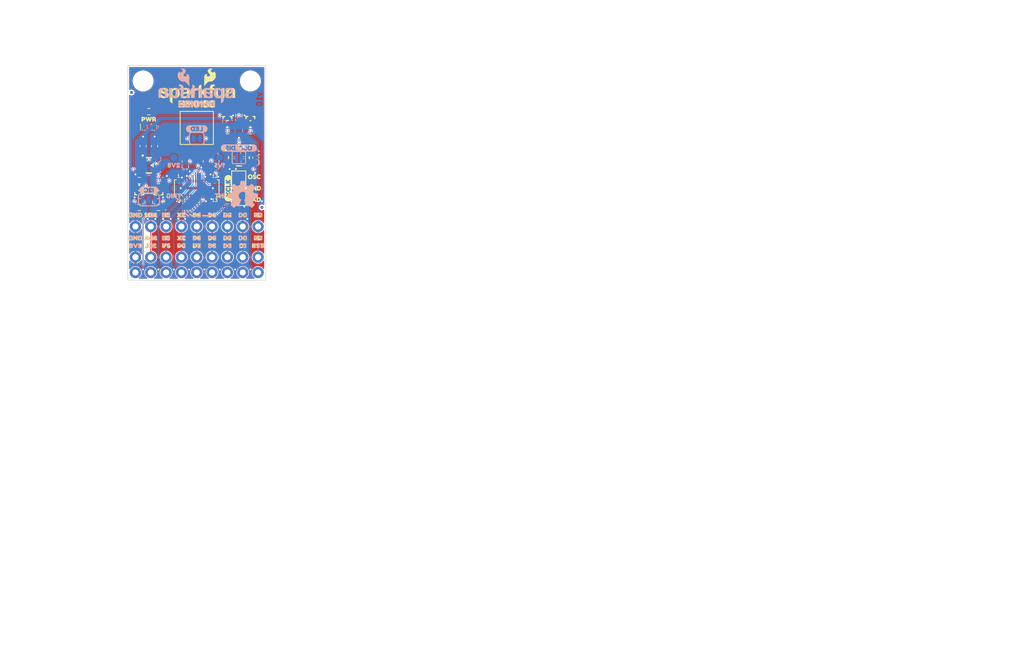
<source format=kicad_pcb>
(kicad_pcb (version 20241229) (generator "pcbnew") (generator_version "9.0")
  (title_block (title "SparkFun Camera Board - HM01B0") (date "2025-05-07") (rev "v10") (company "SparkFun Electronics") (comment 1 "Designed by: Dryw Wade"))
  (layers (0 "F.Cu" signal) (4 "In1.Cu" signal) (6 "In2.Cu" signal) (2 "B.Cu" signal) (13 "F.Paste" user) (15 "B.Paste" user) (5 "F.SilkS" user "F.Silkscreen") (7 "B.SilkS" user "B.Silkscreen") (1 "F.Mask" user) (3 "B.Mask" user) (25 "Edge.Cuts" user))
  (net 0 "")
  (net 1 "2.8V")
  (net 2 "3.3V")
  (net 3 "GND")
  (net 4 "SCL")
  (net 5 "SDA")
  (net 6 "Net-(J4-INT)")
  (net 7 "CAM_PCLK")
  (net 8 "CAM_D6")
  (net 9 "CAM_D7")
  (net 10 "CAM_SCL")
  (net 11 "PAD_XCLK")
  (net 12 "CAM_D2")
  (net 13 "CAM_D3")
  (net 14 "CAM_D0")
  (net 15 "CAM_SDA")
  (net 16 "CAM_D5")
  (net 17 "CAM_D4")
  (net 18 "CAM_D1")
  (net 19 "CAM_VS")
  (net 20 "CAM_HS")
  (net 21 "Net-(JP1-C)")
  (net 22 "Net-(JP1-A)")
  (net 23 "CAM_XCLK")
  (net 24 "Net-(JP3-A)")
  (net 25 "Net-(JP5-B)")
  (net 26 "Net-(D1-A)")
  (net 27 "1.5V")
  (net 28 "Net-(J4-TRIG)")
  (net 29 "Net-(Q3-D)")
  (net 30 "CAM_RST")
  (net 31 "CAM_PWDN")
  (net 33 "Net-(D1-K)")
  (footprint "kibuzzard-67A69D1B" (layer "F.Cu") (at 129.54 117.475)
    (property "Reference" "kibuzzard-67A69D1B" (hide yes))
    (property "Value" "G***" (hide yes))
  )
  (footprint "SparkFun-Connector:FPC_2x12-1MP_P0.4mm" (layer "F.Cu") (at 127 109.22)
    (property "Reference" "J4")
    (property "Value" "HM01B0")
  )
  (footprint "SparkFun-Aesthetic:Creative_Commons_License" (layer "F.Cu") (at 217.17 168.91)
    (property "Reference" "G3" (hide yes))
    (property "Value" "OSHW_Logo" (hide yes))
  )
  (footprint "kibuzzard-67A69CDC" (layer "F.Cu") (at 116.84 118.745)
    (property "Reference" "kibuzzard-67A69CDC" (hide yes))
    (property "Value" "G***" (hide yes))
  )
  (footprint "kibuzzard-67A69E51" (layer "F.Cu") (at 121.92 118.745)
    (property "Reference" "kibuzzard-67A69E51" (hide yes))
    (property "Value" "G***" (hide yes))
  )
  (footprint "SparkFun-Jumper:Jumper_2_NO_NoSilk" (layer "F.Cu") (at 133.985 111.125)
    (property "Reference" "JP2")
    (property "Value" "XCLK_PAD")
  )
  (footprint "kibuzzard-67A69D1B" (layer "F.Cu") (at 129.54 113.665)
    (property "Reference" "kibuzzard-67A69D1B" (hide yes))
    (property "Value" "G***" (hide yes))
  )
  (footprint "SparkFun-Aesthetic:SparkFun_Logo_12.5mm" (layer "F.Cu") (at 127 93.345)
    (property "Reference" "G***" (hide yes))
    (property "Value" "LOGO" (hide yes))
  )
  (footprint "kibuzzard-67A69D28" (layer "F.Cu") (at 127 117.475)
    (property "Reference" "kibuzzard-67A69D28" (hide yes))
    (property "Value" "G***" (hide yes))
  )
  (footprint "kibuzzard-67ABE0F8" (layer "F.Cu") (at 124.46 113.665)
    (property "Reference" "kibuzzard-67ABE0F8" (hide yes))
    (property "Value" "G***" (hide yes))
  )
  (footprint "kibuzzard-67A69D0C" (layer "F.Cu") (at 134.62 117.475)
    (property "Reference" "kibuzzard-67A69D0C" (hide yes))
    (property "Value" "G***" (hide yes))
  )
  (footprint "SparkFun-Connector:1x09" (layer "F.Cu") (at 116.84 123.19)
    (property "Reference" "J1")
    (property "Value" "Conn_01x09")
  )
  (footprint "SparkFun-Resistor:R_0603_1608Metric" (layer "F.Cu") (at 133.985 101.6 180)
    (property "Reference" "R8")
    (property "Value" "100k")
  )
  (footprint "kibuzzard-67A69E55" (layer "F.Cu") (at 121.92 117.475)
    (property "Reference" "kibuzzard-67A69E55" (hide yes))
    (property "Value" "G***" (hide yes))
  )
  (footprint "SparkFun-Semiconductor-Standard:SC-89 SOT-490" (layer "F.Cu") (at 120.649998 110.49 180)
    (property "Reference" "Q1")
    (property "Value" "RE1C002UNTCL")
  )
  (footprint "SparkFun-Aesthetic:Fiducial_0.5mm_Mask1mm" (layer "F.Cu") (at 137.795 112.395)
    (property "Reference" "FID4")
    (property "Value" "Fiducial_0.5mm")
  )
  (footprint "SparkFun-Hardware:Standoff" (layer "F.Cu") (at 118.11 91.44)
    (property "Reference" "ST1")
    (property "Value" "Standoff")
  )
  (footprint "SparkFun-Resistor:R_0603_1608Metric" (layer "F.Cu") (at 135.89 99.695 180)
    (property "Reference" "R5")
    (property "Value" "100k")
  )
  (footprint "SparkFun-Aesthetic:Fiducial_0.5mm_Mask1mm" (layer "F.Cu") (at 116.205 93.345)
    (property "Reference" "FID1")
    (property "Value" "Fiducial_0.5mm")
  )
  (footprint "kibuzzard-67ABE11C" (layer "F.Cu") (at 137.16 113.665)
    (property "Reference" "kibuzzard-67ABE11C" (hide yes))
    (property "Value" "G***" (hide yes))
  )
  (footprint "kibuzzard-67A69D2F" (layer "F.Cu") (at 129.54 118.745)
    (property "Reference" "kibuzzard-67A69D2F" (hide yes))
    (property "Value" "G***" (hide yes))
  )
  (footprint "SparkFun-Jumper:Jumper_2_NC_Trace_NoSilk" (layer "F.Cu") (at 133.985 107.315)
    (property "Reference" "JP3")
    (property "Value" "XCLK_OSC")
  )
  (footprint "kibuzzard-681E464E" (layer "F.Cu") (at 136.525 107.315)
    (property "Reference" "kibuzzard-681E464E" (hide yes))
    (property "Value" "G***" (hide yes))
  )
  (footprint "kibuzzard-67D1FF49" (layer "F.Cu") (at 127 95.25)
    (property "Reference" "kibuzzard-67D1FF49" (hide yes))
    (property "Value" "G***" (hide yes))
  )
  (footprint "kibuzzard-67A69CD2" (layer "F.Cu") (at 137.16 118.745)
    (property "Reference" "kibuzzard-67A69CD2" (hide yes))
    (property "Value" "G***" (hide yes))
  )
  (footprint "SparkFun-Capacitor:C_0603_1608Metric" (layer "F.Cu") (at 118.11 102.235 90)
    (property "Reference" "C1")
    (property "Value" "2.2uF")
  )
  (footprint "SparkFun-Capacitor:C_0603_1608Metric" (layer "F.Cu") (at 125.095 104.775 90)
    (property "Reference" "C7")
    (property "Value" "0.1uF")
  )
  (footprint "SparkFun-Capacitor:C_0603_1608Metric" (layer "F.Cu") (at 120.015 102.235 90)
    (property "Reference" "C2")
    (property "Value" "2.2uF")
  )
  (footprint "kibuzzard-681E465E" (layer "F.Cu") (at 136.525 109.22)
    (property "Reference" "kibuzzard-681E465E" (hide yes))
    (property "Value" "G***" (hide yes))
  )
  (footprint "SparkFun-Resistor:R_0603_1608Metric" (layer "F.Cu") (at 117.475 107.95)
    (property "Reference" "R4")
    (property "Value" "2.2k")
  )
  (footprint "kibuzzard-67A69CE2" (layer "F.Cu") (at 116.84 117.475)
    (property "Reference" "kibuzzard-67A69CE2" (hide yes))
    (property "Value" "G***" (hide yes))
  )
  (footprint "kibuzzard-67A69CEA" (layer "F.Cu") (at 119.38 113.665)
    (property "Reference" "kibuzzard-67A69CEA" (hide yes))
    (property "Value" "G***" (hide yes))
  )
  (footprint "SparkFun-Resistor:R_0603_1608Metric" (layer "F.Cu") (at 119.0625 96.52 180)
    (property "Reference" "R7")
    (property "Value" "2.2k")
  )
  (footprint "kibuzzard-67A69D0C" (layer "F.Cu") (at 134.62 113.665)
    (property "Reference" "kibuzzard-67A69D0C" (hide yes))
    (property "Value" "G***" (hide yes))
  )
  (footprint "kibuzzard-67ABE102" (layer "F.Cu") (at 124.46 118.745)
    (property "Reference" "kibuzzard-67ABE102" (hide yes))
    (property "Value" "G***" (hide yes))
  )
  (footprint "kibuzzard-67A69D32" (layer "F.Cu") (at 127 118.745)
    (property "Reference" "kibuzzard-67A69D32" (hide yes))
    (property "Value" "G***" (hide yes))
  )
  (footprint "SparkFun-Resistor:R_0603_1608Metric" (layer "F.Cu") (at 120.649998 107.95)
    (property "Reference" "R3")
    (property "Value" "2.2k")
  )
  (footprint "kibuzzard-681E60D5" (layer "F.Cu") (at 132.207 109.22 90)
    (property "Reference" "kibuzzard-681E60D5" (hide yes))
    (property "Value" "G***" (hide yes))
  )
  (footprint "kibuzzard-67A69CE6" (layer "F.Cu") (at 119.38 118.745)
    (property "Reference" "kibuzzard-67A69CE6" (hide yes))
    (property "Value" "G***" (hide yes))
  )
  (footprint "SparkFun-Camera:HM01B0-ANA-00FT870" (layer "F.Cu") (at 127 109.22)
    (property "Reference" "U1")
    (property "Value" "HM01B0")
  )
  (footprint "SparkFun-Semiconductor-Standard:SC-89 SOT-490" (layer "F.Cu") (at 117.475 110.49 180)
    (property "Reference" "Q2")
    (property "Value" "RE1C002UNTCL")
  )
  (footprint "kibuzzard-67ABE0F8" (layer "F.Cu") (at 124.46 117.475)
    (property "Reference" "kibuzzard-67ABE0F8" (hide yes))
    (property "Value" "G***" (hide yes))
  )
  (footprint "kibuzzard-67D21B41" (layer "F.Cu") (at 119.0625 97.79)
    (property "Reference" "kibuzzard-67D21B41" (hide yes))
    (property "Value" "G***" (hide yes))
  )
  (footprint "SparkFun-Capacitor:C_0603_1608Metric" (layer "F.Cu") (at 136.779 104.14 90)
    (property "Reference" "C5")
    (property "Value" "10nF")
  )
  (footprint "kibuzzard-681E611B" (layer "F.Cu") (at 136.525 111.125)
    (property "Reference" "kibuzzard-681E611B" (hide yes))
    (property "Value" "G***" (hide yes))
  )
  (footprint "SparkFun-Capacitor:C_0603_1608Metric" (layer "F.Cu") (at 130.175 104.775 90)
    (property "Reference" "C6")
    (property "Value" "0.1uF")
  )
  (footprint "SparkFun-Resistor:R_0603_1608Metric" (layer "F.Cu") (at 120.649996 112.395)
    (property "Reference" "R1")
    (property "Value" "2.2k")
  )
  (footprint "SparkFun-Capacitor:C_0603_1608Metric" (layer "F.Cu") (at 128.5875 104.775 90)
    (property "Reference" "C8")
    (property "Value" "0.1uF")
  )
  (footprint "SparkFun-Semiconductor-Standard:SC-89 SOT-490" (layer "F.Cu") (at 132.08 97.155)
    (property "Reference" "Q4")
    (property "Value" "RE1C002UNTCL")
  )
  (footprint "SparkFun-Resistor:R_0603_1608Metric" (layer "F.Cu") (at 132.08 99.695 180)
    (property "Reference" "R6")
    (property "Value" "100k")
  )
  (footprint "SparkFun-Jumper:Jumper_2_NO_NoSilk" (layer "F.Cu") (at 133.985 109.22)
    (property "Reference" "JP6")
    (property "Value" "XCLK_GND")
  )
  (footprint "kibuzzard-67ABE11C" (layer "F.Cu") (at 137.16 117.475)
    (property "Reference" "kibuzzard-67ABE11C" (hide yes))
    (property "Value" "G***" (hide yes))
  )
  (footprint "kibuzzard-67A69D16" (layer "F.Cu") (at 132.08 113.665)
    (property "Reference" "kibuzzard-67A69D16" (hide yes))
    (property "Value" "G***" (hide yes))
  )
  (footprint "kibuzzard-67A69CE2" (layer "F.Cu") (at 116.84 113.665)
    (property "Reference" "kibuzzard-67A69CE2" (hide yes))
    (property "Value" "G***" (hide yes))
  )
  (footprint "SparkFun-Resistor:R_0603_1608Metric" (layer "F.Cu") (at 117.475 112.395)
    (property "Reference" "R2")
    (property "Value" "2.2k")
  )
  (footprint "SparkFun-LED:LED_0603_1608Metric_Red" (layer "F.Cu") (at 119.0625 99.06)
    (property "Reference" "D1")
    (property "Value" "Red")
  )
  (footprint "SparkFun-Connector:1x09" (layer "F.Cu") (at 116.84 115.57)
    (property "Reference" "J3")
    (property "Value" "Conn_01x09")
  )
  (footprint "kibuzzard-67A69D16" (layer "F.Cu") (at 132.08 117.475)
    (property "Reference" "kibuzzard-67A69D16" (hide yes))
    (property "Value" "G***" (hide yes))
  )
  (footprint "SparkFun-Hardware:Standoff" (layer "F.Cu") (at 135.89 91.44)
    (property "Reference" "ST2")
    (property "Value" "Standoff")
  )
  (footprint "SparkFun-Resistor:R_0603_1608Metric" (layer "F.Cu") (at 133.985 97.155 90)
    (property "Reference" "R9")
    (property "Value" "100k")
  )
  (footprint "SparkFun-Clock:Crystal_SMD_3.2x2.5mm" (layer "F.Cu") (at 133.985 104.14 180)
    (property "Reference" "Y1")
    (property "Value" "24MHz")
  )
  (footprint "kibuzzard-67A69E55" (layer "F.Cu") (at 121.92 113.665)
    (property "Reference" "kibuzzard-67A69E55" (hide yes))
    (property "Value" "G***" (hide yes))
  )
  (footprint "SparkFun-Semiconductor-Standard:SOT23-5" (layer "F.Cu") (at 119.0625 105.41)
    (property "Reference" "U2")
    (property "Value" "RT9080-2.8V")
  )
  (footprint "kibuzzard-67A69CEA" (layer "F.Cu") (at 119.38 117.475)
    (property "Reference" "kibuzzard-67A69CEA" (hide yes))
    (property "Value" "G***" (hide yes))
  )
  (footprint "kibuzzard-67A69D28" (layer "F.Cu") (at 127 113.665)
    (property "Reference" "kibuzzard-67A69D28" (hide yes))
    (property "Value" "G***" (hide yes))
  )
  (footprint "SparkFun-Semiconductor-Standard:SC-89 SOT-490" (layer "F.Cu") (at 135.89 97.155)
    (property "Reference" "Q3")
    (property "Value" "RE1C002UNTCL")
  )
  (footprint "kibuzzard-67A69D2C" (layer "F.Cu") (at 132.08 118.745)
    (property "Reference" "kibuzzard-67A69D2C" (hide yes))
    (property "Value" "G***" (hide yes))
  )
  (footprint "kibuzzard-67A69D0F" (layer "F.Cu") (at 134.62 118.745)
    (property "Reference" "kibuzzard-67A69D0F" (hide yes))
    (property "Value" "G***" (hide yes))
  )
  (footprint "SparkFun-Connector:1x09" (layer "F.Cu") (at 116.84 120.65)
    (property "Reference" "J2")
    (property "Value" "Conn_01x09")
  )
  (footprint "kibuzzard-67A69D2C" (layer "B.Cu") (at 132.08 118.745 180)
    (property "Reference" "kibuzzard-67A69D2C" (hide yes))
    (property "Value" "G***" (hide yes))
  )
  (footprint "SparkFun-Aesthetic:Fiducial_0.5mm_Mask1mm" (layer "B.Cu") (at 116.205 93.345 180)
    (property "Reference" "FID3")
    (property "Value" "Fiducial_0.5mm")
  )
  (footprint "SparkFun-Connector:TestPoint-1.25mm" (layer "B.Cu") (at 123.19 104.14 180)
    (property "Reference" "TP3")
    (property "Value" "1.25mm")
  )
  (footprint "SparkFun-Connector:TestPoint-1.25mm" (layer "B.Cu") (at 123.19 109.22 180)
    (property "Reference" "TP1")
    (property "Value" "1.25mm")
  )
  (footprint "kibuzzard-67A69D0F" (layer "B.Cu") (at 134.62 118.745 180)
    (property "Reference" "kibuzzard-67A69D0F" (hide yes))
    (property "Value" "G***" (hide yes))
  )
  (footprint "kibuzzard-67ABE0F8" (layer "B.Cu") (at 124.46 113.665 180)
    (property "Reference" "kibuzzard-67ABE0F8" (hide yes))
    (property "Value" "G***" (hide yes))
  )
  (footprint "SparkFun-Aesthetic:OSHW_Logo_5mm" (layer "B.Cu") (at 134.62 110.49 180)
    (property "Reference" "Ref**" (hide yes))
    (property "Value" "Val**" (hide yes))
  )
  (footprint "kibuzzard-67ABE0F8" (layer "B.Cu") (at 124.46 117.475 180)
    (property "Reference" "kibuzzard-67ABE0F8" (hide yes))
    (property "Value" "G***" (hide yes))
  )
  (footprint "kibuzzard-67ABE11C" (layer "B.Cu") (at 137.16 113.665 180)
    (property "Reference" "kibuzzard-67ABE11C" (hide yes))
    (property "Value" "G***" (hide yes))
  )
  (footprint "kibuzzard-67A69E55" (layer "B.Cu") (at 121.92 117.475 180)
    (property "Reference" "kibuzzard-67A69E55" (hide yes))
    (property "Value" "G***" (hide yes))
  )
  (footprint "kibuzzard-67A69D0C" (layer "B.Cu") (at 134.62 113.665 180)
    (property "Reference" "kibuzzard-67A69D0C" (hide yes))
    (property "Value" "G***" (hide yes))
  )
  (footprint "kibuzzard-67A69D16" (layer "B.Cu") (at 132.08 113.665 180)
    (property "Reference" "kibuzzard-67A69D16" (hide yes))
    (property "Value" "G***" (hide yes))
  )
  (footprint "kibuzzard-67A69CE2" (layer "B.Cu") (at 116.84 113.665 180)
    (property "Reference" "kibuzzard-67A69CE2" (hide yes))
    (property "Value" "G***" (hide yes))
  )
  (footprint "SparkFun-Aesthetic:Fiducial_0.5mm_Mask1mm" (layer "B.Cu") (at 137.795 112.395 180)
    (property "Reference" "FID2")
    (property "Value" "Fiducial_0.5mm")
  )
  (footprint "kibuzzard-67A69D28" (layer "B.Cu") (at 127 117.475 180)
    (property "Reference" "kibuzzard-67A69D28" (hide yes))
    (property "Value" "G***" (hide yes))
  )
  (footprint "SparkFun-Connector:TestPoint-1.25mm" (layer "B.Cu") (at 130.81 104.14 180)
    (property "Reference" "TP4")
    (property "Value" "1.25mm")
  )
  (footprint "kibuzzard-67A69D16" (layer "B.Cu") (at 132.08 117.475 180)
    (property "Reference" "kibuzzard-67A69D16" (hide yes))
    (property "Value" "G***" (hide yes))
  )
  (footprint "kibuzzard-681BB1F9" (layer "B.Cu") (at 123.19 105.41 180)
    (property "Reference" "kibuzzard-681BB1F9" (hide yes))
    (property "Value" "G***" (hide yes))
  )
  (footprint "kibuzzard-67A69D32" (layer "B.Cu") (at 127 118.745 180)
    (property "Reference" "kibuzzard-67A69D32" (hide yes))
    (property "Value" "G***" (hide yes))
  )
  (footprint "kibuzzard-67ABE11C" (layer "B.Cu") (at 137.16 117.475 180)
    (property "Reference" "kibuzzard-67ABE11C" (hide yes))
    (property "Value" "G***" (hide yes))
  )
  (footprint "kibuzzard-67C103CA" (layer "B.Cu") (at 127 99.3775 180)
    (property "Reference" "kibuzzard-67C103CA" (hide yes))
    (property "Value" "G***" (hide yes))
  )
  (footprint "SparkFun-Connector:TestPoint-1.25mm" (layer "B.Cu") (at 130.81 109.22 180)
    (property "Reference" "TP2")
    (property "Value" "1.25mm")
  )
  (footprint "SparkFun-Aesthetic:SparkFun_Logo_12.5mm" (layer "B.Cu") (at 127 93.345 180)
    (property "Reference" "G***" (hide yes))
    (property "Value" "LOGO" (hide yes))
  )
  (footprint "kibuzzard-67A69CE6" (layer "B.Cu") (at 119.38 118.745 180)
    (property "Reference" "kibuzzard-67A69CE6" (hide yes))
    (property "Value" "G***" (hide yes))
  )
  (footprint "kibuzzard-67A69D1B" (layer "B.Cu") (at 129.54 113.665 180)
    (property "Reference" "kibuzzard-67A69D1B" (hide yes))
    (property "Value" "G***" (hide yes))
  )
  (footprint "kibuzzard-67A69D0C" (layer "B.Cu") (at 134.62 117.475 180)
    (property "Reference" "kibuzzard-67A69D0C" (hide yes))
    (property "Value" "G***" (hide yes))
  )
  (footprint "kibuzzard-67A69D28" (layer "B.Cu") (at 127 113.665 180)
    (property "Reference" "kibuzzard-67A69D28" (hide yes))
    (property "Value" "G***" (hide yes))
  )
  (footprint "SparkFun-Jumper:Jumper_3_NC-2_Trace" (layer "B.Cu") (at 119.0625 111.125)
    (property "Reference" "JP1")
    (property "Value" "I2C")
  )
  (footprint "kibuzzard-67A69CE2" (layer "B.Cu") (at 116.84 117.475 180)
    (property "Reference" "kibuzzard-67A69CE2" (hide yes))
    (property "Value" "G***" (hide yes))
  )
  (footprint "kibuzzard-67D20C5D" (layer "B.Cu") (at 123.19 110.49 180)
    (property "Reference" "kibuzzard-67D20C5D" (hide yes))
    (property "Value" "G***" (hide yes))
  )
  (footprint "kibuzzard-67A69D2F" (layer "B.Cu") (at 129.54 118.745 180)
    (property "Reference" "kibuzzard-67A69D2F" (hide yes))
    (property "Value" "G***" (hide yes))
  )
  (footprint "kibuzzard-67A69E55" (layer "B.Cu") (at 121.92 113.665 180)
    (property "Reference" "kibuzzard-67A69E55" (hide yes))
    (property "Value" "G***" (hide yes))
  )
  (footprint "kibuzzard-67BD0B0F" (layer "B.Cu") (at 119.0625 109.5375 180)
    (property "Reference" "kibuzzard-67BD0B0F" (hide yes))
    (property "Value" "G***" (hide yes))
  )
  (footprint "kibuzzard-67A69D1B" (layer "B.Cu") (at 129.54 117.475 180)
    (property "Reference" "kibuzzard-67A69D1B" (hide yes))
    (property "Value" "G***" (hide yes))
  )
  (footprint "kibuzzard-67A69CDC" (layer "B.Cu") (at 116.84 118.745 180)
    (property "Reference" "kibuzzard-67A69CDC" (hide yes))
    (property "Value" "G***" (hide yes))
  )
  (footprint "kibuzzard-67A69CEA" (layer "B.Cu") (at 119.38 117.475 180)
    (property "Reference" "kibuzzard-67A69CEA" (hide yes))
    (property "Value" "G***" (hide yes))
  )
  (footprint "kibuzzard-67A69CD2" (layer "B.Cu") (at 137.16 118.745 180)
    (property "Reference" "kibuzzard-67A69CD2" (hide yes))
    (property "Value" "G***" (hide yes))
  )
  (footprint "kibuzzard-67A69E51" (layer "B.Cu") (at 121.92 118.745 180)
    (property "Reference" "kibuzzard-67A69E51" (hide yes))
    (property "Value" "G***" (hide yes))
  )
  (footprint "SparkFun-Jumper:Jumper_2_NO" (layer "B.Cu") (at 133.985 104.14)
    (property "Reference" "JP5")
    (property "Value" "OSC_DIS")
  )
  (footprint "kibuzzard-67D1FF49" (layer "B.Cu") (at 127 95.25 180)
    (property "Reference" "kibuzzard-67D1FF49" (hide yes))
    (property "Value" "G***" (hide yes))
  )
  (footprint "kibuzzard-67A69CEA" (layer "B.Cu") (at 119.38 113.665 180)
    (property "Reference" "kibuzzard-67A69CEA" (hide yes))
    (property "Value" "G***" (hide yes))
  )
  (footprint "kibuzzard-67D20C65" (layer "B.Cu") (at 130.81 110.49 180)
    (property "Reference" "kibuzzard-67D20C65" (hide yes))
    (property "Value" "G***" (hide yes))
  )
  (footprint "kibuzzard-681E4621" (layer "B.Cu") (at 133.985 102.5525 180)
    (property "Reference" "kibuzzard-681E4621" (hide yes))
    (property "Value" "G***" (hide yes))
  )
  (footprint "kibuzzard-67ABE102" (layer "B.Cu") (at 124.46 118.745 180)
    (property "Reference" "kibuzzard-67ABE102" (hide yes))
    (property "Value" "G***" (hide yes))
  )
  (footprint "kibuzzard-681BB1E7" (layer "B.Cu") (at 130.81 105.41 180)
    (property "Reference" "kibuzzard-681BB1E7" (hide yes))
    (property "Value" "G***" (hide yes))
  )
  (footprint "SparkFun-Jumper:Jumper_2_NC_Trace" (layer "B.Cu") (at 127 100.965)
    (property "Reference" "JP7")
    (property "Value" "PWR")
  )
  (gr_rect (start 132.7785 106.3625) (end 135.128 112.0775) (stroke (width 0.1524)) (fill no) (layer "F.SilkS"))
  (gr_poly (pts (xy 115.57 124.46) (xy 115.57 88.9) (xy 138.43 88.9) (xy 138.43 124.46)) (stroke (width 0.1)) (fill no) (layer "Edge.Cuts"))
  (gr_text "v10" (at 137.414 94.488 90) (layer "B.Cu" knockout) (effects (font (size 0.889 0.889) (thickness 0.22225) (bold yes)) (justify mirror)))
  (segment (start 121.149998 109.39) (end 121.474998 109.065) (width 0.127) (layer "F.Cu") (net 1))
  (segment (start 120.015 103.632) (end 120.015 103.01) (width 0.254) (layer "F.Cu") (net 1))
  (segment (start 124.941553 107.007841) (end 125.095 106.854394) (width 0.127) (layer "F.Cu") (net 1))
  (segment (start 124.941553 107.352053) (end 124.941553 107.007841) (width 0.127) (layer "F.Cu") (net 1))
  (segment (start 125.87 104.775) (end 125.095 105.55) (width 0.127) (layer "F.Cu") (net 1))
  (segment (start 128.834933 107.512067) (end 128.834933 106.482933) (width 0.127) (layer "F.Cu") (net 1))
  (segment (start 118.539623 108.825377) (end 117.975 109.39) (width 0.127) (layer "F.Cu") (net 1))
  (segment (start 118.539623 108.825376) (end 118.3 108.585753) (width 0.127) (layer "F.Cu") (net 1))
  (segment (start 133.985 101.6) (end 133.16 101.6) (width 0.127) (layer "F.Cu") (net 1))
  (segment (start 135.16 104.915) (end 136.779 104.915) (width 0.127) (layer "F.Cu") (net 1))
  (segment (start 125.2 107.6105) (end 124.941553 107.352053) (width 0.127) (layer "F.Cu") (net 1))
  (segment (start 136.398 106.045) (end 136.779 105.664) (width 0.127) (layer "F.Cu") (net 1))
  (segment (start 120.3626 104.46) (end 120.3626 105.0624) (width 0.254) (layer "F.Cu") (net 1))
  (segment (start 118.3 108.585753) (end 118.3 107.95) (width 0.127) (layer "F.Cu") (net 1))
  (segment (start 128.8 107.547) (end 128.834933 107.512067) (width 0.127) (layer "F.Cu") (net 1))
  (segment (start 120.3626 104.46) (end 120.3626 103.9796) (width 0.254) (layer "F.Cu") (net 1))
  (segment (start 128.834933 106.482933) (end 128.5875 106.2355) (width 0.127) (layer "F.Cu") (net 1))
  (segment (start 129.413 104.648) (end 129.413 104.7245) (width 0.127) (layer "F.Cu") (net 1))
  (segment (start 128.5875 106.2355) (end 128.5875 105.55) (width 0.127) (layer "F.Cu") (net 1))
  (segment (start 129.413 104.7245) (end 128.5875 105.55) (width 0.127) (layer "F.Cu") (net 1))
  (segment (start 121.474998 109.065) (end 121.474998 107.95) (width 0.127) (layer "F.Cu") (net 1))
  (segment (start 120.3626 103.9796) (end 120.015 103.632) (width 0.254) (layer "F.Cu") (net 1))
  (segment (start 125.095 106.854394) (end 125.095 105.55) (width 0.127) (layer "F.Cu") (net 1))
  (segment (start 120.3626 105.0624) (end 120.3325 105.0925) (width 0.254) (layer "F.Cu") (net 1))
  (segment (start 136.779 105.664) (end 136.779 104.915) (width 0.127) (layer "F.Cu") (net 1))
  (segment (start 128.8 108.045) (end 128.8 107.547) (width 0.127) (layer "F.Cu") (net 1))
  (segment (start 118.539623 108.825376) (end 118.539623 108.825377) (width 0.127) (layer "F.Cu") (net 1))
  (segment (start 121.474998 107.95) (end 122.428 107.95) (width 0.127) (layer "F.Cu") (net 1))
  (segment (start 125.2 108.045) (end 125.2 107.6105) (width 0.127) (layer "F.Cu") (net 1))
  (segment (start 135.085 104.99) (end 135.16 104.915) (width 0.127) (layer "F.Cu") (net 1))
  (via (at 118.539623 108.825376) (size 0.45) (drill 0.3) (layers "F.Cu" "B.Cu") (net 1))
  (via (at 122.428 107.95) (size 0.45) (drill 0.3) (layers "F.Cu" "B.Cu") (net 1))
  (via (at 136.398 106.045) (size 0.45) (drill 0.3) (layers "F.Cu" "B.Cu") (net 1))
  (via (at 129.413 104.648) (size 0.45) (drill 0.3) (layers "F.Cu" "B.Cu") (net 1))
  (via (at 128.524 100.965) (size 0.45) (drill 0.3) (layers "F.Cu" "B.Cu") (net 1))
  (via (at 125.87 104.775) (size 0.45) (drill 0.3) (layers "F.Cu" "B.Cu") (net 1))
  (via (at 120.3325 105.0925) (size 0.45) (drill 0.3) (layers "F.Cu" "B.Cu") (net 1))
  (via (at 133.985 101.6) (size 0.45) (drill 0.3) (layers "F.Cu" "B.Cu") (net 1))
  (segment (start 121.285 104.14) (end 120.3325 105.0925) (width 0.127) (layer "B.Cu") (net 1))
  (segment (start 123.19 104.14) (end 121.285 104.14) (width 0.127) (layer "B.Cu") (net 1))
  (segment (start 127.5207 100.965) (end 128.524 100.965) (width 0.127) (layer "B.Cu") (net 1))
  (segment (start 133.985 97.98) (end 133.985 97.155) (width 0.127) (layer "F.Cu") (net 2))
  (segment (start 117.7624 103.9796) (end 117.7624 104.46) (width 0.127) (layer "F.Cu") (net 2))
  (segment (start 118.11 103.632) (end 117.7624 103.9796) (width 0.127) (layer "F.Cu") (net 2))
  (segment (start 119.06 104.46) (end 119.0625 104.4575) (width 0.127) (layer "F.Cu") (net 2))
  (segment (start 117.7624 104.46) (end 119.06 104.46) (width 0.127) (layer "F.Cu") (net 2))
  (segment (start 118.11 103.01) (end 118.11 103.632) (width 0.127) (layer "F.Cu") (net 2))
  (via (at 133.985 97.155) (size 0.45) (drill 0.3) (layers "F.Cu" "B.Cu") (net 2))
  (via (at 119.0625 104.4575) (size 0.45) (drill 0.3) (layers "F.Cu" "B.Cu") (net 2))
  (segment (start 119.0625 100.33) (end 121.285 98.1075) (width 0.127) (layer "B.Cu") (net 2))
  (segment (start 116.84 123.19) (end 118.11 121.92) (width 0.127) (layer "B.Cu") (net 2))
  (segment (start 118.11 114.3) (end 119.0625 113.3475) (width 0.127) (layer "B.Cu") (net 2))
  (segment (start 118.11 121.92) (end 118.11 114.3) (width 0.127) (layer "B.Cu") (net 2))
  (segment (start 119.0625 111.125) (end 119.0625 104.4575) (width 0.127) (layer "B.Cu") (net 2))
  (segment (start 119.0625 104.4575) (end 119.0625 100.33) (width 0.127) (layer "B.Cu") (net 2))
  (segment (start 121.285 98.1075) (end 133.0325 98.1075) (width 0.127) (layer "B.Cu") (net 2))
  (segment (start 119.0625 113.3475) (end 119.0625 111.125) (width 0.127) (layer "B.Cu") (net 2))
  (segment (start 133.0325 98.1075) (end 133.985 97.155) (width 0.127) (layer "B.Cu") (net 2))
  (via (at 128.27 122.682) (size 0.45) (drill 0.3) (layers "F.Cu" "B.Cu") (net 3))
  (via (at 121.412 114.3) (size 0.45) (drill 0.3) (layers "F.Cu" "B.Cu") (net 3))
  (via (at 120.142 114.3) (size 0.45) (drill 0.3) (layers "F.Cu" "B.Cu") (net 3))
  (via (at 132.715 109.22) (size 0.45) (drill 0.3) (layers "F.Cu" "B.Cu") (net 3))
  (via (at 135.89 122.682) (size 0.45) (drill 0.3) (layers "F.Cu" "B.Cu") (net 3))
  (via (at 117.475 108.712) (size 0.45) (drill 0.3) (layers "F.Cu" "B.Cu") (net 3))
  (via (at 116.713 110.744) (size 0.45) (drill 0.3) (layers "F.Cu" "B.Cu") (net 3))
  (via (at 118.11 100.6602) (size 0.45) (drill 0.3) (layers "F.Cu" "B.Cu") (net 3))
  (via (at 118.11 122.682) (size 0.45) (drill 0.3) (layers "F.Cu" "B.Cu") (net 3))
  (via (at 122.682 114.3) (size 0.45) (drill 0.3) (layers "F.Cu" "B.Cu") (net 3))
  (via (at 120.65 122.682) (size 0.45) (drill 0.3) (layers "F.Cu" "B.Cu") (net 3))
  (via (at 124.333 109.22) (size 0.45) (drill 0.3) (layers "F.Cu" "B.Cu") (net 3))
  (via (at 130.556 107.315) (size 0.45) (drill 0.3) (layers "F.Cu" "B.Cu") (net 3))
  (via (at 137.795 111.379) (size 0.45) (drill 0.3) (layers "F.Cu" "B.Cu") (net 3))
  (via (at 134.9375 97.155) (size 0.45) (drill 0.3) (layers "F.Cu" "B.Cu") (net 3))
  (via (at 135.382 114.3) (size 0.45) (drill 0.3) (layers "F.Cu" "B.Cu") (net 3))
  (via (at 135.89 99.06) (size 0.45) (drill 0.3) (layers "F.Cu" "B.Cu") (net 3))
  (via (at 118.872 114.3) (size 0.45) (drill 0.3) (layers "F.Cu" "B.Cu") (net 3))
  (via (at 132.461 106.045) (size 0.45) (drill 0.3) (layers "F.Cu" "B.Cu") (net 3))
  (via (at 124.53881 107.454225) (size 0.45) (drill 0.3) (layers "F.Cu" "B.Cu") (net 3))
  (via (at 121.412 110.744) (size 0.45) (drill 0.3) (layers "F.Cu" "B.Cu") (net 3))
  (via (at 129.286 106.934) (size 0.45) (drill 0.3) (layers "F.Cu" "B.Cu") (net 3))
  (via (at 132.08 99.06) (size 0.45) (drill 0.3) (layers "F.Cu" "B.Cu") (net 3))
  (via (at 133.985 100.838) (size 0.45) (drill 0.3) (layers "F.Cu" "B.Cu") (net 3))
  (via (at 123.952 114.3) (size 0.45) (drill 0.3) (layers "F.Cu" "B.Cu") (net 3))
  (via (at 130.81 122.682) (size 0.45) (drill 0.3) (layers "F.Cu" "B.Cu") (net 3))
  (via (at 133.477 106.045) (size 0.45) (drill 0.3) (layers "F.Cu" "B.Cu") (net 3))
  (via (at 135.89 102.108) (size 0.45) (drill 0.3) (layers "F.Cu" "B.Cu") (net 3))
  (via (at 131.826 102.87) (size 0.45) (drill 0.3) (layers "F.Cu" "B.Cu") (net 3))
  (via (at 135.128 109.22) (size 0.45) (drill 0.3) (layers "F.Cu" "B.Cu") (net 3))
  (via (at 120.015 100.6602) (size 0.45) (drill 0.3) (layers "F.Cu" "B.Cu") (net 3))
  (via (at 129.413 110.998) (size 0.45) (drill 0.3) (layers "F.Cu" "B.Cu") (net 3))
  (via (at 125.095 114.3) (size 0.45) (drill 0.3) (layers "F.Cu" "B.Cu") (net 3))
  (via (at 128.532087 111.383043) (size 0.45) (drill 0.3) (layers "F.Cu" "B.Cu") (net 3))
  (via (at 116.84 106.934) (size 0.45) (drill 0.3) (layers "F.Cu" "B.Cu") (net 3))
  (via (at 134.874 112.268) (size 0.45) (drill 0.3) (layers "F.Cu" "B.Cu") (net 3))
  (via (at 127.7605 105.790975) (size 0.45) (drill 0.3) (layers "F.Cu" "B.Cu") (net 3))
  (via (at 125.357053 107.179947) (size 0.45) (drill 0.3) (layers "F.Cu" "B.Cu") (net 3))
  (via (at 122.047 107.188) (size 0.45) (drill 0.3) (layers "F.Cu" "B.Cu") (net 3))
  (via (at 124.079 111.506) (size 0.45) (drill 0.3) (layers "F.Cu" "B.Cu") (net 3))
  (via (at 123.19 122.682) (size 0.45) (drill 0.3) (layers "F.Cu" "B.Cu") (net 3))
  (via (at 129.667 109.22) (size 0.45) (drill 0.3) (layers "F.Cu" "B.Cu") (net 3))
  (via (at 125.73 122.682) (size 0.45) (drill 0.3) (layers "F.Cu" "B.Cu") (net 3))
  (via (at 128.419433 107.320168) (size 0.45) (drill 0.3) (layers "F.Cu" "B.Cu") (net 3))
  (via (at 136.652 106.68) (size 0.45) (drill 0.3) (layers "F.Cu" "B.Cu") (net 3))
  (via (at 119.507 105.41) (size 0.45) (drill 0.3) (layers "F.Cu" "B.Cu") (net 3))
  (via (at 133.35 122.682) (size 0.45) (drill 0.3) (layers "F.Cu" "B.Cu") (net 3))
  (via (at 133.0325 97.155) (size 0.45) (drill 0.3) (layers "F.Cu" "B.Cu") (net 3))
  (via (at 125.857 106.426) (size 0.45) (drill 0.3) (layers "F.Cu" "B.Cu") (net 3))
  (segment (start 119.38 123.19) (end 118.11 121.92) (width 0.127) (layer "F.Cu") (net 4))
  (segment (start 118.11 114.3) (end 118.3 114.11) (width 0.127) (layer "F.Cu") (net 4))
  (segment (start 118.11 121.92) (end 118.11 114.3) (width 0.127) (layer "F.Cu") (net 4))
  (segment (start 118.3 112.395) (end 118.3 111.365) (width 0.127) (layer "F.Cu") (net 4))
  (segment (start 118.3 111.365) (end 117.475 110.54) (width 0.127) (layer "F.Cu") (net 4))
  (segment (start 118.3 114.11) (end 118.3 112.395) (width 0.127) (layer "F.Cu") (net 4))
  (segment (start 119.824996 111.365002) (end 120.649998 110.54) (width 0.127) (layer "F.Cu") (net 5))
  (segment (start 119.38 114.3) (end 119.824996 113.855004) (width 0.127) (layer "F.Cu") (net 5))
  (segment (start 119.824996 113.855004) (end 119.824996 112.395) (width 0.127) (layer "F.Cu") (net 5))
  (segment (start 119.38 120.65) (end 119.38 115.57) (width 0.127) (layer "F.Cu") (net 5))
  (segment (start 119.824996 112.395) (end 119.824996 111.365002) (width 0.127) (layer "F.Cu") (net 5))
  (segment (start 119.38 115.57) (end 119.38 114.3) (width 0.127) (layer "F.Cu") (net 5))
  (segment (start 128 106.931008) (end 128.070004 106.861004) (width 0.127) (layer "F.Cu") (net 6))
  (segment (start 128 108.045) (end 128 106.931008) (width 0.127) (layer "F.Cu") (net 6))
  (via (at 128.070004 106.861004) (size 0.45) (drill 0.3) (layers "F.Cu" "B.Cu") (net 6))
  (segment (start 128.003933 106.927075) (end 128.070004 106.861004) (width 0.127) (layer "B.Cu") (net 6))
  (segment (start 130.175 108.585) (end 128.905 108.585) (width 0.127) (layer "B.Cu") (net 6))
  (segment (start 128.905 108.585) (end 128.003933 107.683933) (width 0.127) (layer "B.Cu") (net 6))
  (segment (start 130.81 109.22) (end 130.175 108.585) (width 0.127) (layer "B.Cu") (net 6))
  (segment (start 128.003933 107.683933) (end 128.003933 106.927075) (width 0.127) (layer "B.Cu") (net 6))
  (segment (start 128 111.109) (end 128 110.395) (width 0.127) (layer "F.Cu") (net 7))
  (segment (start 128.016 111.125) (end 128 111.109) (width 0.127) (layer "F.Cu") (net 7))
  (via (at 128.016 111.125) (size 0.45) (drill 0.3) (layers "F.Cu" "B.Cu") (net 7))
  (segment (start 124.46 123.19) (end 123.19 121.92) (width 0.127) (layer "B.Cu") (net 7))
  (segment (start 124.46 113.03) (end 126.111 113.03) (width 0.127) (layer "B.Cu") (net 7))
  (segment (start 123.19 114.3) (end 124.46 113.03) (width 0.127) (layer "B.Cu") (net 7))
  (segment (start 126.111 113.03) (end 128.016 111.125) (width 0.127) (layer "B.Cu") (net 7))
  (segment (start 123.19 121.92) (end 123.19 114.3) (width 0.127) (layer "B.Cu") (net 7))
  (segment (start 127 120.65) (end 127 115.57) (width 0.127) (layer "F.Cu") (net 8))
  (segment (start 127 115.57) (end 127 114.3) (width 0.127) (layer "F.Cu") (net 8))
  (segment (start 126.111 114.046) (end 125.2 113.135) (width 0.127) (layer "F.Cu") (net 8))
  (segment (start 127 114.3) (end 126.746 114.046) (width 0.127) (layer "F.Cu") (net 8))
  (segment (start 126.746 114.046) (end 126.111 114.046) (width 0.127) (layer "F.Cu") (net 8))
  (segment (start 125.2 113.135) (end 125.2 110.395) (width 0.127) (layer "F.Cu") (net 8))
  (segment (start 125.73 121.92) (end 127 123.19) (width 0.127) (layer "F.Cu") (net 9))
  (segment (start 124.8 113.37) (end 125.73 114.3) (width 0.127) (layer "F.Cu") (net 9))
  (segment (start 125.73 114.3) (end 125.73 121.92) (width 0.127) (layer "F.Cu") (net 9))
  (segment (start 124.8 110.395) (end 124.8 113.37) (width 0.127) (layer "F.Cu") (net 9))
  (segment (start 127.2 105.517151) (end 127.2 108.045) (width 0.127) (layer "F.Cu") (net 10))
  (segment (start 116.975 109.39) (end 116.65 109.065) (width 0.127) (layer "F.Cu") (net 10))
  (segment (start 117.666 106.934) (end 120.2055 106.934) (width 0.127) (layer "F.Cu") (net 10))
  (segment (start 127.19018 105.507331) (end 127.2 105.517151) (width 0.127) (layer "F.Cu") (net 10))
  (segment (start 120.2055 106.934) (end 120.3325 107.061) (width 0.127) (layer "F.Cu") (net 10))
  (segment (start 116.65 107.95) (end 117.666 106.934) (width 0.127) (layer "F.Cu") (net 10))
  (segment (start 120.3325 107.061) (end 120.65 107.061) (width 0.127) (layer "F.Cu") (net 10))
  (segment (start 116.65 109.065) (end 116.65 107.95) (width 0.127) (layer "F.Cu") (net 10))
  (via (at 120.65 107.061) (size 0.45) (drill 0.3) (layers "F.Cu" "B.Cu") (net 10))
  (via (at 127.19018 105.507331) (size 0.45) (drill 0.3) (layers "F.Cu" "B.Cu") (net 10))
  (segment (start 122.203669 105.507331) (end 127.19018 105.507331) (width 0.127) (layer "B.Cu") (net 10))
  (segment (start 120.65 107.061) (end 122.203669 105.507331) (width 0.127) (layer "B.Cu") (net 10))
  (segment (start 132.715 111.125) (end 133.5786 111.125) (width 0.127) (layer "F.Cu") (net 11))
  (via (at 132.715 111.125) (size 0.45) (drill 0.3) (layers "F.Cu" "B.Cu") (net 11))
  (segment (start 125.095 113.665) (end 124.46 114.3) (width 0.127) (layer "B.Cu") (net 11))
  (segment (start 124.46 114.3) (end 124.46 115.57) (width 0.127) (layer "B.Cu") (net 11))
  (segment (start 130.175 113.665) (end 125.095 113.665) (width 0.127) (layer "B.Cu") (net 11))
  (segment (start 124.46 120.65) (end 124.46 115.57) (width 0.127) (layer "B.Cu") (net 11))
  (segment (start 132.715 111.125) (end 130.175 113.665) (width 0.127) (layer "B.Cu") (net 11))
  (segment (start 132.08 114.3) (end 130.81 113.03) (width 0.127) (layer "F.Cu") (net 12))
  (segment (start 130.81 113.03) (end 127.635 113.03) (width 0.127) (layer "F.Cu") (net 12))
  (segment (start 126.8 112.195) (end 126.8 110.395) (width 0.127) (layer "F.Cu") (net 12))
  (segment (start 132.08 115.57) (end 132.08 114.3) (width 0.127) (layer "F.Cu") (net 12))
  (segment (start 132.08 120.65) (end 132.08 115.57) (width 0.127) (layer "F.Cu") (net 12))
  (segment (start 127.635 113.03) (end 126.8 112.195) (width 0.127) (layer "F.Cu") (net 12))
  (segment (start 126.4 112.43) (end 126.4 110.395) (width 0.127) (layer "F.Cu") (net 13))
  (segment (start 130.81 114.3) (end 129.794 113.284) (width 0.127) (layer "F.Cu") (net 13))
  (segment (start 132.08 123.19) (end 130.81 121.92) (width 0.127) (layer "F.Cu") (net 13))
  (segment (start 129.794 113.284) (end 127.254 113.284) (width 0.127) (layer "F.Cu") (net 13))
  (segment (start 127.254 113.284) (end 126.4 112.43) (width 0.127) (layer "F.Cu") (net 13))
  (segment (start 130.81 121.92) (end 130.81 114.3) (width 0.127) (layer "F.Cu") (net 13))
  (segment (start 134.62 114.3) (end 132.842 112.522) (width 0.127) (layer "F.Cu") (net 14))
  (segment (start 132.842 112.522) (end 128.397 112.522) (width 0.127) (layer "F.Cu") (net 14))
  (segment (start 134.62 115.57) (end 134.62 114.3) (width 0.127) (layer "F.Cu") (net 14))
  (segment (start 128.397 112.522) (end 127.6 111.725) (width 0.127) (layer "F.Cu") (net 14))
  (segment (start 127.6 111.725) (end 127.6 110.395) (width 0.127) (layer "F.Cu") (net 14))
  (segment (start 134.62 120.65) (end 134.62 115.57) (width 0.127) (layer "F.Cu") (net 14))
  (segment (start 127.662002 106.453002) (end 127.6 106.515004) (width 0.127) (layer "F.Cu") (net 15))
  (segment (start 127.6 106.515004) (end 127.6 108.045) (width 0.127) (layer "F.Cu") (net 15))
  (segment (start 119.824998 109.065) (end 119.824998 107.95) (width 0.127) (layer "F.Cu") (net 15))
  (segment (start 119.824998 107.95) (end 120.65 107.95) (width 0.127) (layer "F.Cu") (net 15))
  (segment (start 120.149998 109.39) (end 119.824998 109.065) (width 0.127) (layer "F.Cu") (net 15))
  (via (at 127.662002 106.453002) (size 0.45) (drill 0.3) (layers "F.Cu" "B.Cu") (net 15))
  (via (at 120.65 107.95) (size 0.45) (drill 0.3) (layers "F.Cu" "B.Cu") (net 15))
  (segment (start 127.127 105.918) (end 127.662002 106.453002) (width 0.127) (layer "B.Cu") (net 15))
  (segment (start 122.682 105.918) (end 127.127 105.918) (width 0.127) (layer "B.Cu") (net 15))
  (segment (start 120.65 107.95) (end 122.682 105.918) (width 0.127) (layer "B.Cu") (net 15))
  (segment (start 129.54 123.19) (end 128.27 121.92) (width 0.127) (layer "F.Cu") (net 16))
  (segment (start 128.27 114.3) (end 127.762 113.792) (width 0.127) (layer "F.Cu") (net 16))
  (segment (start 126.46025 113.792) (end 125.6 112.93175) (width 0.127) (layer "F.Cu") (net 16))
  (segment (start 127.762 113.792) (end 126.46025 113.792) (width 0.127) (layer "F.Cu") (net 16))
  (segment (start 128.27 121.92) (end 128.27 114.3) (width 0.127) (layer "F.Cu") (net 16))
  (segment (start 125.6 112.93175) (end 125.6 110.395) (width 0.127) (layer "F.Cu") (net 16))
  (segment (start 129.54 120.65) (end 129.54 115.57) (width 0.127) (layer "F.Cu") (net 17))
  (segment (start 126.873 113.538) (end 126 112.665) (width 0.127) (layer "F.Cu") (net 17))
  (segment (start 129.54 114.3) (end 128.778 113.538) (width 0.127) (layer "F.Cu") (net 17))
  (segment (start 128.778 113.538) (end 126.873 113.538) (width 0.127) (layer "F.Cu") (net 17))
  (segment (start 126 112.665) (end 126 110.395) (width 0.127) (layer "F.Cu") (net 17))
  (segment (start 129.54 115.57) (end 129.54 114.3) (width 0.127) (layer "F.Cu") (net 17))
  (segment (start 128.016 112.776) (end 127.2 111.96) (width 0.127) (layer "F.Cu") (net 18))
  (segment (start 133.35 114.3) (end 131.826 112.776) (width 0.127) (layer "F.Cu") (net 18))
  (segment (start 127.2 111.96) (end 127.2 110.395) (width 0.127) (layer "F.Cu") (net 18))
  (segment (start 134.62 123.19) (end 133.35 121.92) (width 0.127) (layer "F.Cu") (net 18))
  (segment (start 131.826 112.776) (end 128.016 112.776) (width 0.127) (layer "F.Cu") (net 18))
  (segment (start 133.35 121.92) (end 133.35 114.3) (width 0.127) (layer "F.Cu") (net 18))
  (segment (start 126.4 106.94964) (end 126.4 108.045) (width 0.127) (layer "F.Cu") (net 19))
  (segment (start 126.365 106.91464) (end 126.4 106.94964) (width 0.127) (layer "F.Cu") (net 19))
  (via (at 126.365 106.91464) (size 0.45) (drill 0.3) (layers "F.Cu" "B.Cu") (net 19))
  (segment (start 120.65 121.92) (end 121.92 123.19) (width 0.127) (layer "B.Cu") (net 19))
  (segment (start 126.365 108.585) (end 120.65 114.3) (width 0.127) (layer "B.Cu") (net 19))
  (segment (start 126.365 106.91464) (end 126.365 108.585) (width 0.127) (layer "B.Cu") (net 19))
  (segment (start 120.65 114.3) (end 120.65 121.92) (width 0.127) (layer "B.Cu") (net 19))
  (segment (start 126.8 106.4415) (end 126.8 108.045) (width 0.127) (layer "F.Cu") (net 20))
  (segment (start 126.7845 106.426) (end 126.8 106.4415) (width 0.127) (layer "F.Cu") (net 20))
  (via (at 126.7845 106.426) (size 0.45) (drill 0.3) (layers "F.Cu" "B.Cu") (net 20))
  (segment (start 126.7845 106.426) (end 126.7805 106.43) (width 0.127) (layer "B.Cu") (net 20))
  (segment (start 121.92 114.3) (end 121.92 115.57) (width 0.127) (layer "B.Cu") (net 20))
  (segment (start 126.7805 106.43) (end 126.7805 109.4395) (width 0.127) (layer "B.Cu") (net 20))
  (segment (start 126.7805 109.4395) (end 121.92 114.3) (width 0.127) (layer "B.Cu") (net 20))
  (segment (start 121.92 120.65) (end 121.92 115.57) (width 0.127) (layer "B.Cu") (net 20))
  (segment (start 121.474996 112.395) (end 121.474996 111.441996) (width 0.127) (layer "F.Cu") (net 21))
  (segment (start 121.474996 111.441996) (end 121.412 111.379) (width 0.127) (layer "F.Cu") (net 21))
  (via (at 121.412 111.379) (size 0.45) (drill 0.3) (layers "F.Cu" "B.Cu") (net 21))
  (segment (start 121.412 111.379) (end 121.158 111.125) (width 0.127) (layer "B.Cu") (net 21))
  (segment (start 121.158 111.125) (end 120.1039 111.125) (width 0.127) (layer "B.Cu") (net 21))
  (segment (start 116.65 112.395) (end 116.65 111.442) (width 0.127) (layer "F.Cu") (net 22))
  (segment (start 116.65 111.442) (end 116.713 111.379) (width 0.127) (layer "F.Cu") (net 22))
  (via (at 116.713 111.379) (size 0.45) (drill 0.3) (layers "F.Cu" "B.Cu") (net 22))
  (segment (start 116.967 111.125) (end 118.0211 111.125) (width 0.127) (layer "B.Cu") (net 22))
  (segment (start 116.713 111.379) (end 116.967 111.125) (width 0.127) (layer "B.Cu") (net 22))
  (segment (start 134.3914 111.125) (end 134.3914 109.22) (width 0.127) (layer "F.Cu") (net 23))
  (segment (start 134.3914 109.22) (end 134.5057 109.1057) (width 0.127) (layer "F.Cu") (net 23))
  (segment (start 134.3914 111.9886) (end 134.3914 111.125) (width 0.127) (layer "F.Cu") (net 23))
  (segment (start 128.8 110.395) (end 128.8 111.02) (width 0.127) (layer "F.Cu") (net 23))
  (segment (start 134.239 112.141) (end 134.3914 111.9886) (width 0.127) (layer "F.Cu") (net 23))
  (segment (start 133.35 112.141) (end 134.239 112.141) (width 0.127) (layer "F.Cu") (net 23))
  (segment (start 133.096 111.887) (end 133.35 112.141) (width 0.127) (layer "F.Cu") (net 23))
  (segment (start 128.8 111.02) (end 129.667 111.887) (width 0.127) (layer "F.Cu") (net 23))
  (segment (start 129.667 111.887) (end 133.096 111.887) (width 0.127) (layer "F.Cu") (net 23))
  (segment (start 134.5057 109.1057) (end 134.5057 107.315) (width 0.127) (layer "F.Cu") (net 23))
  (segment (start 133.4643 107.315) (end 133.4643 107.0483) (width 0.127) (layer "F.Cu") (net 24))
  (segment (start 133.4643 107.0483) (end 132.885 106.469) (width 0.127) (layer "F.Cu") (net 24))
  (segment (start 132.885 106.469) (end 132.885 104.99) (width 0.127) (layer "F.Cu") (net 24))
  (segment (start 135.085 103.29) (end 134.81 103.015) (width 0.127) (layer "F.Cu") (net 25))
  (segment (start 134.81 102.362) (end 134.81 101.6) (width 0.127) (layer "F.Cu") (net 25))
  (segment (start 134.81 103.015) (end 134.81 102.362) (width 0.127) (layer "F.Cu") (net 25))
  (via (at 134.81 102.362) (size 0.45) (drill 0.3) (layers "F.Cu" "B.Cu") (net 25))
  (segment (start 134.3914 104.14) (end 134.3914 102.7806) (width 0.127) (layer "B.Cu") (net 25))
  (segment (start 134.3914 102.7806) (end 134.81 102.362) (width 0.127) (layer "B.Cu") (net 25))
  (segment (start 119.85 99.06) (end 123.571 99.06) (width 0.127) (layer "F.Cu") (net 26))
  (segment (start 123.571 99.06) (end 125.476 100.965) (width 0.127) (layer "F.Cu") (net 26))
  (via (at 125.476 100.965) (size 0.45) (drill 0.3) (layers "F.Cu" "B.Cu") (net 26))
  (segment (start 125.476 100.965) (end 126.4793 100.965) (width 0.127) (layer "B.Cu") (net 26))
  (segment (start 130.175 106.68) (end 130.175 105.55) (width 0.127) (layer "F.Cu") (net 27))
  (segment (start 129.2 108.045) (end 129.2 107.655) (width 0.127) (layer "F.Cu") (net 27))
  (segment (start 129.2 107.655) (end 130.175 106.68) (width 0.127) (layer "F.Cu") (net 27))
  (via (at 130.175 106.68) (size 0.45) (drill 0.3) (layers "F.Cu" "B.Cu") (net 27))
  (segment (start 130.175 106.68) (end 130.81 106.045) (width 0.127) (layer "B.Cu") (net 27))
  (segment (start 130.81 106.045) (end 130.81 104.14) (width 0.127) (layer "B.Cu") (net 27))
  (segment (start 126 107.3655) (end 126 108.045) (width 0.127) (layer "F.Cu") (net 28))
  (segment (start 125.9495 107.315) (end 126 107.3655) (width 0.127) (layer "F.Cu") (net 28))
  (via (at 125.9495 107.315) (size 0.45) (drill 0.3) (layers "F.Cu" "B.Cu") (net 28))
  (segment (start 123.825 108.585) (end 123.19 109.22) (width 0.127) (layer "B.Cu") (net 28))
  (segment (start 124.6795 108.585) (end 123.825 108.585) (width 0.127) (layer "B.Cu") (net 28))
  (segment (start 125.9495 107.315) (end 124.6795 108.585) (width 0.127) (layer "B.Cu") (net 28))
  (segment (start 117.7649 106.3625) (end 117.7624 106.36) (width 0.127) (layer "F.Cu") (net 29))
  (segment (start 116.5225 106.045) (end 116.8375 106.36) (width 0.127) (layer "F.Cu") (net 29))
  (segment (start 116.8375 106.36) (end 117.7624 106.36) (width 0.127) (layer "F.Cu") (net 29))
  (segment (start 132.08 97.105) (end 132.855 96.33) (width 0.127) (layer "F.Cu") (net 29))
  (segment (start 130.81 97.155) (end 132.03 97.155) (width 0.127) (layer "F.Cu") (net 29))
  (segment (start 133.985 96.33) (end 135.115 96.33) (width 0.127) (layer "F.Cu") (net 29))
  (segment (start 132.03 97.155) (end 132.08 97.105) (width 0.127) (layer "F.Cu") (net 29))
  (segment (start 135.115 96.33) (end 135.89 97.105) (width 0.127) (layer "F.Cu") (net 29))
  (segment (start 132.855 96.33) (end 133.985 96.33) (width 0.127) (layer "F.Cu") (net 29))
  (via (at 130.81 97.155) (size 0.45) (drill 0.3) (layers "F.Cu" "B.Cu") (net 29))
  (via (at 116.5225 106.045) (size 0.45) (drill 0.3) (layers "F.Cu" "B.Cu") (net 29))
  (segment (start 120.65 97.155) (end 130.81 97.155) (width 0.127) (layer "B.Cu") (net 29))
  (segment (start 116.5225 101.2825) (end 120.65 97.155) (width 0.127) (layer "B.Cu") (net 29))
  (segment (start 116.5225 106.045) (end 116.5225 101.2825) (width 0.127) (layer "B.Cu") (net 29))
  (segment (start 131.255 99.695) (end 131.255 98.58) (width 0.127) (layer "F.Cu") (net 30))
  (segment (start 131.255 98.58) (end 131.58 98.255) (width 0.127) (layer "F.Cu") (net 30))
  (segment (start 131.255 99.695) (end 132.08 99.695) (width 0.127) (layer "F.Cu") (net 30))
  (via (at 132.08 99.695) (size 0.45) (drill 0.3) (layers "F.Cu" "B.Cu") (net 30))
  (segment (start 135.255 99.695) (end 132.08 99.695) (width 0.127) (layer "B.Cu") (net 30))
  (segment (start 135.89 111.76) (end 137.16 110.49) (width 0.127) (layer "B.Cu") (net 30))
  (segment (start 137.16 110.49) (end 137.16 101.6) (width 0.127) (layer "B.Cu") (net 30))
  (segment (start 135.89 121.92) (end 135.89 111.76) (width 0.127) (layer "B.Cu") (net 30))
  (segment (start 137.16 101.6) (end 135.255 99.695) (width 0.127) (layer "B.Cu") (net 30))
  (segment (start 137.16 123.19) (end 135.89 121.92) (width 0.127) (layer "B.Cu") (net 30))
  (segment (start 135.065 99.695) (end 135.89 99.695) (width 0.127) (layer "F.Cu") (net 31))
  (segment (start 135.065 99.695) (end 135.065 98.58) (width 0.127) (layer "F.Cu") (net 31))
  (segment (start 135.065 98.58) (end 135.39 98.255) (width 0.127) (layer "F.Cu") (net 31))
  (via (at 135.89 99.695) (size 0.45) (drill 0.3) (layers "F.Cu" "B.Cu") (net 31))
  (segment (start 137.16 111.252) (end 137.795 110.617) (width 0.127) (layer "B.Cu") (net 31))
  (segment (start 137.16 115.57) (end 137.16 111.252) (width 0.127) (layer "B.Cu") (net 31))
  (segment (start 137.795 101.6) (end 135.89 99.695) (width 0.127) (layer "B.Cu") (net 31))
  (segment (start 137.795 110.617) (end 137.795 101.6) (width 0.127) (layer "B.Cu") (net 31))
  (segment (start 137.16 120.65) (end 137.16 115.57) (width 0.127) (layer "B.Cu") (net 31))
  (segment (start 118.275 99.06) (end 118.275 96.5575) (width 0.127) (layer "F.Cu") (net 33))
  (segment (start 118.275 96.5575) (end 118.2375 96.52) (width 0.127) (layer "F.Cu") (net 33))
  (zone (net 3) (net_name "GND") (layers "F.Cu" "B.Cu" "In1.Cu") (connect_pads (clearance 0.127)) (min_thickness 0.127) (fill yes (thermal_gap 0.127) (thermal_bridge_width 0.254))
    (polygon (pts (xy 115.57 124.46) (xy 115.57 88.9) (xy 138.43 88.9) (xy 138.43 124.46)))
  )
)
</source>
